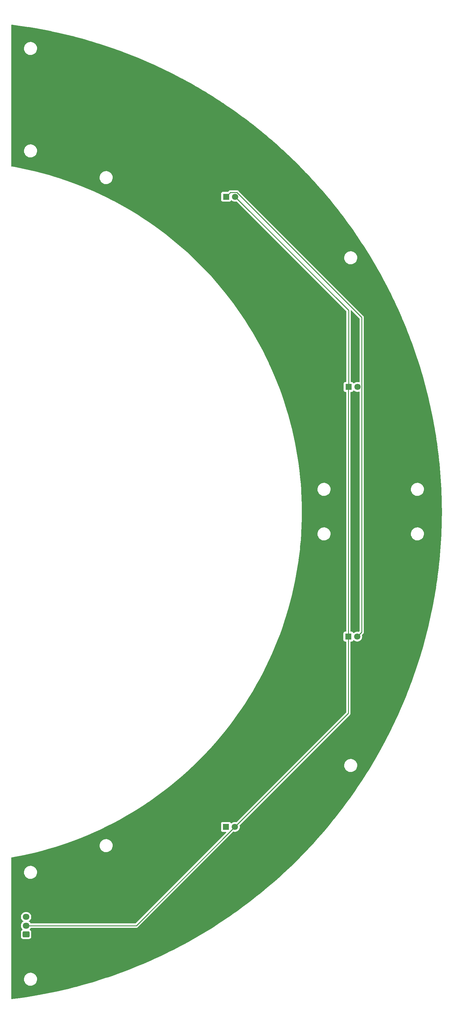
<source format=gtl>
G04 #@! TF.GenerationSoftware,KiCad,Pcbnew,7.0.1-3b83917a11~172~ubuntu20.04.1*
G04 #@! TF.CreationDate,2023-04-20T10:57:52+02:00*
G04 #@! TF.ProjectId,forcast,666f7263-6173-4742-9e6b-696361645f70,rev?*
G04 #@! TF.SameCoordinates,Original*
G04 #@! TF.FileFunction,Copper,L1,Top*
G04 #@! TF.FilePolarity,Positive*
%FSLAX46Y46*%
G04 Gerber Fmt 4.6, Leading zero omitted, Abs format (unit mm)*
G04 Created by KiCad (PCBNEW 7.0.1-3b83917a11~172~ubuntu20.04.1) date 2023-04-20 10:57:52*
%MOMM*%
%LPD*%
G01*
G04 APERTURE LIST*
G04 Aperture macros list*
%AMRoundRect*
0 Rectangle with rounded corners*
0 $1 Rounding radius*
0 $2 $3 $4 $5 $6 $7 $8 $9 X,Y pos of 4 corners*
0 Add a 4 corners polygon primitive as box body*
4,1,4,$2,$3,$4,$5,$6,$7,$8,$9,$2,$3,0*
0 Add four circle primitives for the rounded corners*
1,1,$1+$1,$2,$3*
1,1,$1+$1,$4,$5*
1,1,$1+$1,$6,$7*
1,1,$1+$1,$8,$9*
0 Add four rect primitives between the rounded corners*
20,1,$1+$1,$2,$3,$4,$5,0*
20,1,$1+$1,$4,$5,$6,$7,0*
20,1,$1+$1,$6,$7,$8,$9,0*
20,1,$1+$1,$8,$9,$2,$3,0*%
G04 Aperture macros list end*
G04 #@! TA.AperFunction,ComponentPad*
%ADD10R,1.800000X1.800000*%
G04 #@! TD*
G04 #@! TA.AperFunction,ComponentPad*
%ADD11C,1.800000*%
G04 #@! TD*
G04 #@! TA.AperFunction,ComponentPad*
%ADD12RoundRect,0.250000X0.725000X-0.600000X0.725000X0.600000X-0.725000X0.600000X-0.725000X-0.600000X0*%
G04 #@! TD*
G04 #@! TA.AperFunction,ComponentPad*
%ADD13O,1.950000X1.700000*%
G04 #@! TD*
G04 #@! TA.AperFunction,Conductor*
%ADD14C,0.250000*%
G04 #@! TD*
G04 APERTURE END LIST*
D10*
X276185000Y-240100000D03*
D11*
X278725000Y-240100000D03*
D10*
X241285000Y-114675000D03*
D11*
X243825000Y-114675000D03*
D12*
X184150000Y-325040000D03*
D13*
X184150000Y-322540000D03*
X184150000Y-320040000D03*
D10*
X276225000Y-168900000D03*
D11*
X278765000Y-168900000D03*
D10*
X241235000Y-294375000D03*
D11*
X243775000Y-294375000D03*
D14*
X215610000Y-322540000D02*
X243775000Y-294375000D01*
X276185000Y-261965000D02*
X276185000Y-240100000D01*
X276185000Y-168940000D02*
X276225000Y-168900000D01*
X276225000Y-168900000D02*
X276225000Y-147075000D01*
X276225000Y-147075000D02*
X243825000Y-114675000D01*
X243775000Y-294375000D02*
X276185000Y-261965000D01*
X276185000Y-240100000D02*
X276185000Y-168940000D01*
X184150000Y-322540000D02*
X215610000Y-322540000D01*
X278725000Y-240100000D02*
X279990000Y-238835000D01*
X242510000Y-113450000D02*
X241285000Y-114675000D01*
X244332412Y-113450000D02*
X242510000Y-113450000D01*
X279990000Y-149107588D02*
X244332412Y-113450000D01*
X279990000Y-238835000D02*
X279990000Y-149107588D01*
G04 #@! TA.AperFunction,NonConductor*
G36*
X182242837Y-65907489D02*
G01*
X182244898Y-65907776D01*
X184576366Y-66253001D01*
X184578430Y-66253325D01*
X184886005Y-66304177D01*
X186903708Y-66637775D01*
X186905642Y-66638111D01*
X189224211Y-67061703D01*
X189226177Y-67062079D01*
X191389560Y-67495109D01*
X191541220Y-67525536D01*
X191543159Y-67525941D01*
X193524830Y-67957447D01*
X193852730Y-68029033D01*
X193854639Y-68029466D01*
X195708043Y-68465876D01*
X196155316Y-68571496D01*
X196157158Y-68571947D01*
X197914340Y-69017077D01*
X198448539Y-69152821D01*
X198450101Y-69153232D01*
X200131364Y-69609408D01*
X200731314Y-69772732D01*
X200733178Y-69773255D01*
X202353284Y-70242284D01*
X203003501Y-70431185D01*
X203005349Y-70431738D01*
X203483498Y-70578940D01*
X204573330Y-70914453D01*
X204573321Y-70914481D01*
X204573446Y-70914488D01*
X204573950Y-70914643D01*
X205264303Y-71127957D01*
X205265915Y-71128468D01*
X206714647Y-71601337D01*
X206790385Y-71626059D01*
X207512862Y-71862783D01*
X207514575Y-71863359D01*
X209001514Y-72376579D01*
X209748717Y-72635508D01*
X209750457Y-72636126D01*
X211203362Y-73165160D01*
X211203501Y-73165246D01*
X211203513Y-73165215D01*
X211971262Y-73445926D01*
X211972857Y-73446523D01*
X213395498Y-73991855D01*
X214179599Y-74293706D01*
X214181378Y-74294406D01*
X215576165Y-74856194D01*
X215576147Y-74856236D01*
X215576336Y-74856263D01*
X216373440Y-75178734D01*
X216375183Y-75179454D01*
X217744610Y-75758032D01*
X218552083Y-76100734D01*
X218553638Y-76101408D01*
X219898894Y-76696681D01*
X219899067Y-76696802D01*
X219899084Y-76696765D01*
X220714672Y-77059344D01*
X220716365Y-77060112D01*
X222038725Y-77672100D01*
X222038705Y-77672144D01*
X222038929Y-77672194D01*
X222861004Y-78054471D01*
X222862390Y-78055129D01*
X224163597Y-78684160D01*
X224163779Y-78684323D01*
X224163808Y-78684262D01*
X224989869Y-79085557D01*
X224991502Y-79086366D01*
X226272041Y-79732246D01*
X226272014Y-79732298D01*
X226272262Y-79732357D01*
X226272530Y-79732492D01*
X227101189Y-80152555D01*
X227102661Y-80153314D01*
X228363331Y-80816048D01*
X228363299Y-80816108D01*
X228363560Y-80816169D01*
X229126395Y-81219257D01*
X229194129Y-81255048D01*
X229195738Y-81255913D01*
X230436626Y-81935176D01*
X230436592Y-81935237D01*
X230436864Y-81935306D01*
X230437017Y-81935390D01*
X231268288Y-82392827D01*
X231269761Y-82393652D01*
X232168605Y-82905549D01*
X232491791Y-83089605D01*
X232491753Y-83089670D01*
X232492041Y-83089747D01*
X233322705Y-83565366D01*
X233324263Y-83566273D01*
X234528137Y-84279012D01*
X234528394Y-84279165D01*
X234826907Y-84456870D01*
X235357128Y-84772512D01*
X235358534Y-84773362D01*
X236229546Y-85309057D01*
X236544507Y-85502766D01*
X237370857Y-86013858D01*
X237372277Y-86014751D01*
X238540528Y-86760672D01*
X239363322Y-87289051D01*
X239364686Y-87289940D01*
X240181933Y-87831344D01*
X240514999Y-88051992D01*
X240515279Y-88052178D01*
X241333946Y-88597720D01*
X241335311Y-88598644D01*
X242467927Y-89376743D01*
X242468163Y-89377009D01*
X242468212Y-89376939D01*
X243282196Y-89939511D01*
X243283382Y-89940343D01*
X244096628Y-90519446D01*
X244399059Y-90734804D01*
X244399352Y-90735014D01*
X245207333Y-91313915D01*
X245208731Y-91314931D01*
X245875887Y-91807153D01*
X246306781Y-92125063D01*
X247109210Y-92720821D01*
X247110484Y-92721781D01*
X247893883Y-93320411D01*
X248191171Y-93547582D01*
X248191476Y-93547816D01*
X248986827Y-94159499D01*
X248988171Y-94160547D01*
X250051525Y-95001854D01*
X250051836Y-95002101D01*
X250840084Y-95629864D01*
X250841301Y-95630848D01*
X251274222Y-95985390D01*
X251887044Y-96487263D01*
X251887000Y-96487316D01*
X251887361Y-96487522D01*
X252668072Y-97131205D01*
X252669361Y-97132283D01*
X253697802Y-98003886D01*
X253698123Y-98004159D01*
X254470550Y-98663316D01*
X254471629Y-98664249D01*
X255482854Y-99550966D01*
X255483039Y-99551129D01*
X256246719Y-100225520D01*
X256247953Y-100226624D01*
X257241673Y-101128057D01*
X257684023Y-101532235D01*
X257996369Y-101817628D01*
X257997574Y-101818745D01*
X258973551Y-102734528D01*
X258973885Y-102734842D01*
X259135714Y-102887818D01*
X259718799Y-103439006D01*
X259719850Y-103440012D01*
X260678335Y-104370242D01*
X260678672Y-104370570D01*
X261413622Y-105089290D01*
X261414772Y-105090430D01*
X262355270Y-106034492D01*
X262355610Y-106034834D01*
X263080285Y-106767939D01*
X263081407Y-106769089D01*
X263398147Y-107097929D01*
X263772881Y-107486978D01*
X264004151Y-107727082D01*
X264004416Y-107727358D01*
X264200133Y-107932181D01*
X264718335Y-108474494D01*
X264719429Y-108475654D01*
X265624587Y-109447648D01*
X266327270Y-110208430D01*
X266328311Y-110209570D01*
X267215462Y-111195009D01*
X267906891Y-111969540D01*
X267907765Y-111970532D01*
X268776760Y-112969139D01*
X269040196Y-113274500D01*
X269456272Y-113756796D01*
X269457282Y-113757981D01*
X270307807Y-114769278D01*
X270308156Y-114769695D01*
X270975385Y-115570147D01*
X270976367Y-115571341D01*
X271542895Y-116268474D01*
X271808411Y-116595200D01*
X271808761Y-116595632D01*
X272463572Y-117408823D01*
X272464526Y-117410023D01*
X273278143Y-118446408D01*
X273278493Y-118446856D01*
X273920497Y-119272402D01*
X273921423Y-119273608D01*
X274716325Y-120322054D01*
X274716675Y-120322517D01*
X275345761Y-121160373D01*
X275346659Y-121161586D01*
X276122850Y-122222003D01*
X276123199Y-122222482D01*
X276738819Y-123072017D01*
X276739690Y-123073234D01*
X277497060Y-124145383D01*
X277497408Y-124145878D01*
X278099473Y-125007056D01*
X278100302Y-125008258D01*
X278588406Y-125724540D01*
X278838615Y-126091716D01*
X278838961Y-126092226D01*
X279427176Y-126964717D01*
X279427992Y-126965943D01*
X280033453Y-127887434D01*
X280147269Y-128060657D01*
X280147613Y-128061184D01*
X280721592Y-128944496D01*
X280722381Y-128945725D01*
X281422478Y-130051403D01*
X281422819Y-130051946D01*
X281982443Y-130945971D01*
X281983204Y-130947202D01*
X282663715Y-132063114D01*
X282664054Y-132063673D01*
X283209308Y-132968485D01*
X283210042Y-132969719D01*
X283871010Y-134095839D01*
X283871346Y-134096414D01*
X284401767Y-135011334D01*
X284402398Y-135012439D01*
X284994957Y-136062128D01*
X285043937Y-136148894D01*
X285044268Y-136149485D01*
X285559543Y-137074047D01*
X285560223Y-137075284D01*
X286181845Y-138221141D01*
X286182173Y-138221749D01*
X286682295Y-139156011D01*
X286682948Y-139157248D01*
X287284742Y-140312580D01*
X287285065Y-140313204D01*
X287769700Y-141256624D01*
X287770327Y-141257861D01*
X288352160Y-142422349D01*
X288352477Y-142422989D01*
X288821507Y-143375407D01*
X288822108Y-143376644D01*
X289383713Y-144549674D01*
X289384025Y-144550330D01*
X289837365Y-145511655D01*
X289837939Y-145512891D01*
X290379344Y-146694443D01*
X290379650Y-146695116D01*
X290816906Y-147664592D01*
X290817454Y-147665825D01*
X291331704Y-148839958D01*
X291338612Y-148855729D01*
X291338864Y-148856308D01*
X291717046Y-149734210D01*
X291759970Y-149833853D01*
X291760492Y-149835084D01*
X292261204Y-151032829D01*
X292261497Y-151033535D01*
X292666265Y-152018778D01*
X292666762Y-152020007D01*
X293146880Y-153225156D01*
X293147165Y-153225877D01*
X293535511Y-154218694D01*
X293535983Y-154219920D01*
X293995515Y-155432427D01*
X293995792Y-155433165D01*
X294367409Y-156432831D01*
X294367856Y-156434053D01*
X294806742Y-157653705D01*
X294807010Y-157654459D01*
X295161816Y-158660803D01*
X295162239Y-158662021D01*
X295580299Y-159888272D01*
X295580558Y-159889042D01*
X295918480Y-160901916D01*
X295918878Y-160903129D01*
X296315947Y-162135410D01*
X296316198Y-162136196D01*
X296637193Y-163155559D01*
X296637566Y-163156767D01*
X297013633Y-164394962D01*
X297013874Y-164395764D01*
X297317651Y-165420773D01*
X297318001Y-165421975D01*
X297673077Y-166666067D01*
X297673307Y-166666884D01*
X297959796Y-167697351D01*
X297960122Y-167698548D01*
X298294013Y-168947794D01*
X298294233Y-168948627D01*
X298563373Y-169984399D01*
X298563675Y-169985589D01*
X298876362Y-171239853D01*
X298876571Y-171240701D01*
X299128187Y-172281164D01*
X299128467Y-172282347D01*
X299419947Y-173541570D01*
X299420143Y-173542434D01*
X299654139Y-174587239D01*
X299654397Y-174588415D01*
X299924534Y-175851974D01*
X299924718Y-175852853D01*
X300141062Y-176901898D01*
X300141297Y-176903065D01*
X300390016Y-178170530D01*
X300390188Y-178171424D01*
X300588816Y-179224485D01*
X300589029Y-179225645D01*
X300816284Y-180496719D01*
X300816443Y-180497628D01*
X300997235Y-181554127D01*
X300997427Y-181555278D01*
X301203222Y-182829924D01*
X301203367Y-182830847D01*
X301366263Y-183890488D01*
X301366433Y-183891630D01*
X301550652Y-185169075D01*
X301550784Y-185170013D01*
X301695766Y-186232754D01*
X301695915Y-186233887D01*
X301858549Y-187513979D01*
X301858666Y-187514930D01*
X301985630Y-188580092D01*
X301985759Y-188581215D01*
X302126797Y-189863814D01*
X302126899Y-189864780D01*
X302235800Y-190932014D01*
X302235909Y-190933127D01*
X302355301Y-192217745D01*
X302355388Y-192218725D01*
X302446205Y-193287851D01*
X302446294Y-193288953D01*
X302544019Y-194575342D01*
X302544090Y-194576335D01*
X302616781Y-195646959D01*
X302616850Y-195648050D01*
X302692868Y-196935556D01*
X302692924Y-196936563D01*
X302747475Y-198008560D01*
X302747525Y-198009640D01*
X302801837Y-199298207D01*
X302801876Y-199299227D01*
X302838253Y-200371998D01*
X302838284Y-200373066D01*
X302870876Y-201662305D01*
X302870898Y-201663338D01*
X302889088Y-202736502D01*
X302889102Y-202737558D01*
X302899969Y-204027311D01*
X302899973Y-204028356D01*
X302899973Y-205101644D01*
X302899969Y-205102689D01*
X302889102Y-206392440D01*
X302889088Y-206393496D01*
X302870898Y-207466660D01*
X302870876Y-207467693D01*
X302838284Y-208756932D01*
X302838253Y-208758000D01*
X302801876Y-209830771D01*
X302801837Y-209831791D01*
X302747525Y-211120358D01*
X302747475Y-211121438D01*
X302692924Y-212193435D01*
X302692868Y-212194442D01*
X302616850Y-213481948D01*
X302616781Y-213483039D01*
X302544090Y-214553663D01*
X302544019Y-214554656D01*
X302446294Y-215841045D01*
X302446205Y-215842147D01*
X302355388Y-216911273D01*
X302355301Y-216912253D01*
X302235909Y-218196871D01*
X302235800Y-218197984D01*
X302126899Y-219265218D01*
X302126797Y-219266184D01*
X301985759Y-220548783D01*
X301985630Y-220549906D01*
X301858666Y-221615068D01*
X301858549Y-221616019D01*
X301695915Y-222896111D01*
X301695766Y-222897244D01*
X301550784Y-223959985D01*
X301550652Y-223960923D01*
X301366433Y-225238368D01*
X301366263Y-225239510D01*
X301203367Y-226299151D01*
X301203222Y-226300074D01*
X300997427Y-227574720D01*
X300997235Y-227575871D01*
X300816443Y-228632370D01*
X300816284Y-228633279D01*
X300589029Y-229904353D01*
X300588816Y-229905513D01*
X300390188Y-230958574D01*
X300390016Y-230959468D01*
X300141297Y-232226933D01*
X300141062Y-232228100D01*
X299924718Y-233277145D01*
X299924534Y-233278024D01*
X299654397Y-234541583D01*
X299654139Y-234542759D01*
X299420143Y-235587564D01*
X299419947Y-235588428D01*
X299128467Y-236847651D01*
X299128187Y-236848834D01*
X298876571Y-237889297D01*
X298876362Y-237890145D01*
X298563675Y-239144409D01*
X298563373Y-239145599D01*
X298294233Y-240181371D01*
X298294013Y-240182204D01*
X297960122Y-241431450D01*
X297959796Y-241432647D01*
X297673307Y-242463114D01*
X297673077Y-242463931D01*
X297318001Y-243708023D01*
X297317651Y-243709225D01*
X297013874Y-244734234D01*
X297013633Y-244735036D01*
X296637566Y-245973231D01*
X296637193Y-245974439D01*
X296316198Y-246993802D01*
X296315947Y-246994588D01*
X295918878Y-248226869D01*
X295918480Y-248228082D01*
X295580558Y-249240956D01*
X295580299Y-249241726D01*
X295162239Y-250467977D01*
X295161816Y-250469195D01*
X294807010Y-251475539D01*
X294806742Y-251476293D01*
X294367856Y-252695945D01*
X294367409Y-252697167D01*
X293995792Y-253696833D01*
X293995515Y-253697571D01*
X293535983Y-254910078D01*
X293535511Y-254911304D01*
X293147165Y-255904121D01*
X293146880Y-255904842D01*
X292666762Y-257109991D01*
X292666265Y-257111220D01*
X292261497Y-258096463D01*
X292261204Y-258097169D01*
X291760492Y-259294914D01*
X291759970Y-259296145D01*
X291338912Y-260273579D01*
X291338612Y-260274269D01*
X290817454Y-261464173D01*
X290816906Y-261465406D01*
X290379650Y-262434882D01*
X290379344Y-262435555D01*
X289837939Y-263617107D01*
X289837365Y-263618343D01*
X289384025Y-264579668D01*
X289383713Y-264580324D01*
X288822108Y-265753354D01*
X288821507Y-265754591D01*
X288352477Y-266707009D01*
X288352160Y-266707649D01*
X287770327Y-267872137D01*
X287769700Y-267873374D01*
X287285065Y-268816794D01*
X287284742Y-268817418D01*
X286682948Y-269972750D01*
X286682295Y-269973987D01*
X286182173Y-270908249D01*
X286181845Y-270908857D01*
X285560223Y-272054714D01*
X285559543Y-272055951D01*
X285044268Y-272980513D01*
X285043937Y-272981104D01*
X284402437Y-274117492D01*
X284401730Y-274118728D01*
X283871346Y-275033584D01*
X283871010Y-275034159D01*
X283210042Y-276160279D01*
X283209308Y-276161513D01*
X282664054Y-277066325D01*
X282663715Y-277066884D01*
X281983204Y-278182796D01*
X281982443Y-278184027D01*
X281422819Y-279078052D01*
X281422478Y-279078595D01*
X280722381Y-280184273D01*
X280721592Y-280185502D01*
X280147613Y-281068814D01*
X280147269Y-281069341D01*
X279427992Y-282164055D01*
X279427176Y-282165281D01*
X278838961Y-283037772D01*
X278838615Y-283038282D01*
X278100316Y-284121720D01*
X278099473Y-284122942D01*
X277497408Y-284984120D01*
X277497060Y-284984615D01*
X276739690Y-286056764D01*
X276738819Y-286057981D01*
X276123199Y-286907516D01*
X276122850Y-286907995D01*
X275346659Y-287968412D01*
X275345761Y-287969625D01*
X274716675Y-288807481D01*
X274716325Y-288807944D01*
X273921423Y-289856390D01*
X273920497Y-289857596D01*
X273278493Y-290683142D01*
X273278143Y-290683590D01*
X272464526Y-291719975D01*
X272463572Y-291721175D01*
X271808761Y-292534366D01*
X271808411Y-292534798D01*
X270976367Y-293558657D01*
X270975385Y-293559851D01*
X270308156Y-294360303D01*
X270307807Y-294360720D01*
X269457282Y-295372017D01*
X269456272Y-295373202D01*
X268776911Y-296160685D01*
X268776562Y-296161087D01*
X267907848Y-297159372D01*
X267906810Y-297160550D01*
X267215808Y-297934602D01*
X267215462Y-297934989D01*
X266328337Y-298920399D01*
X266327271Y-298921568D01*
X265624782Y-299682141D01*
X265624620Y-299682316D01*
X264719429Y-300654344D01*
X264718335Y-300655504D01*
X264004494Y-301402559D01*
X264004151Y-301402916D01*
X263081407Y-302360909D01*
X263080285Y-302362059D01*
X262355610Y-303095164D01*
X262355270Y-303095506D01*
X261414772Y-304039568D01*
X261413622Y-304040708D01*
X260678672Y-304759428D01*
X260678335Y-304759756D01*
X259719912Y-305689926D01*
X259718734Y-305691054D01*
X258973885Y-306395156D01*
X258973551Y-306395470D01*
X257997574Y-307311253D01*
X257996369Y-307312370D01*
X257241786Y-308001839D01*
X257241456Y-308002139D01*
X256247953Y-308903374D01*
X256246719Y-308904478D01*
X255483039Y-309578869D01*
X255482714Y-309579156D01*
X254471753Y-310465642D01*
X254470491Y-310466733D01*
X253698123Y-311125839D01*
X253697802Y-311126112D01*
X252669361Y-311997715D01*
X252668072Y-311998793D01*
X251887399Y-312642445D01*
X251887083Y-312642704D01*
X250841353Y-313499108D01*
X250840036Y-313500172D01*
X250051836Y-314127897D01*
X250051525Y-314128144D01*
X248988171Y-314969451D01*
X248986827Y-314970499D01*
X248191476Y-315582182D01*
X248191171Y-315582416D01*
X247110534Y-316408179D01*
X247109163Y-316409212D01*
X246306996Y-317004776D01*
X246306696Y-317004998D01*
X245208731Y-317815067D01*
X245207333Y-317816083D01*
X244399352Y-318394985D01*
X244399059Y-318395195D01*
X243283500Y-319189572D01*
X243282074Y-319190572D01*
X242468212Y-319753060D01*
X242467925Y-319753257D01*
X241335355Y-320531324D01*
X241333903Y-320532307D01*
X240515279Y-321077820D01*
X240514999Y-321078006D01*
X239364742Y-321840021D01*
X239363264Y-321840985D01*
X238540657Y-322369244D01*
X238540384Y-322369419D01*
X237372320Y-323115220D01*
X237370815Y-323116166D01*
X236544811Y-323627045D01*
X236544546Y-323627209D01*
X235358593Y-324356600D01*
X235357061Y-324357526D01*
X234528394Y-324850834D01*
X234528137Y-324850987D01*
X233324263Y-325563725D01*
X233322705Y-325564632D01*
X232492103Y-326040215D01*
X232491854Y-326040357D01*
X231269819Y-326736313D01*
X231268236Y-326737200D01*
X230436894Y-327194676D01*
X230436653Y-327194808D01*
X229195738Y-327874085D01*
X229194129Y-327874950D01*
X228363563Y-328313828D01*
X228363331Y-328313951D01*
X227102738Y-328976644D01*
X227101104Y-328977487D01*
X226272273Y-329397636D01*
X226272049Y-329397749D01*
X224991502Y-330043632D01*
X224989843Y-330044453D01*
X224163809Y-330445736D01*
X224163595Y-330445840D01*
X222862544Y-331074796D01*
X222860860Y-331075595D01*
X222038988Y-331457777D01*
X222038783Y-331457872D01*
X220716380Y-332069879D01*
X220714672Y-332070654D01*
X219899084Y-332433234D01*
X219898889Y-332433320D01*
X218553729Y-333028550D01*
X218551997Y-333029301D01*
X217744724Y-333371919D01*
X217744538Y-333371998D01*
X216375196Y-333950538D01*
X216373440Y-333951264D01*
X215576340Y-334273734D01*
X215576165Y-334273805D01*
X214181378Y-334835592D01*
X214179599Y-334836292D01*
X213395551Y-335138123D01*
X213395385Y-335138187D01*
X211972960Y-335683436D01*
X211971158Y-335684111D01*
X211203513Y-335964784D01*
X211203358Y-335964840D01*
X209750500Y-336493856D01*
X209748675Y-336494505D01*
X209001473Y-336753434D01*
X209001329Y-336753484D01*
X207514640Y-337266617D01*
X207512793Y-337267238D01*
X206790519Y-337503896D01*
X206790385Y-337503940D01*
X205266039Y-338001490D01*
X205264170Y-338002083D01*
X204573452Y-338215508D01*
X204573329Y-338215546D01*
X203005370Y-338698253D01*
X203003480Y-338698819D01*
X202352818Y-338887850D01*
X202352707Y-338887882D01*
X200733201Y-339356736D01*
X200731289Y-339357273D01*
X200131274Y-339520616D01*
X200131174Y-339520643D01*
X198450294Y-339976715D01*
X198448362Y-339977223D01*
X197913634Y-340113101D01*
X196157214Y-340558037D01*
X196155262Y-340558515D01*
X195707312Y-340664295D01*
X193854671Y-341100524D01*
X193852700Y-341100971D01*
X193524763Y-341172565D01*
X193524761Y-341172567D01*
X191543183Y-341604052D01*
X191541192Y-341604468D01*
X191389557Y-341634891D01*
X191389502Y-341634902D01*
X189226220Y-342067911D01*
X189224168Y-342068304D01*
X186905703Y-342491877D01*
X186903645Y-342492235D01*
X184578430Y-342876674D01*
X184576366Y-342876998D01*
X182244898Y-343222223D01*
X182242829Y-343222511D01*
X180762232Y-343416312D01*
X180045592Y-343510116D01*
X179977040Y-343499522D01*
X179924903Y-343453765D01*
X179905500Y-343387166D01*
X179905500Y-337887764D01*
X183565787Y-337887764D01*
X183595413Y-338157016D01*
X183663928Y-338419087D01*
X183769871Y-338668392D01*
X183910982Y-338899611D01*
X184084253Y-339107818D01*
X184084255Y-339107820D01*
X184285998Y-339288582D01*
X184511910Y-339438044D01*
X184618211Y-339487875D01*
X184757177Y-339553021D01*
X185016562Y-339631058D01*
X185016569Y-339631060D01*
X185284561Y-339670500D01*
X185487631Y-339670500D01*
X185487634Y-339670500D01*
X185690156Y-339655677D01*
X185690156Y-339655676D01*
X185954553Y-339596780D01*
X186207558Y-339500014D01*
X186443777Y-339367441D01*
X186658177Y-339201888D01*
X186846186Y-339006881D01*
X187003799Y-338786579D01*
X187127656Y-338545675D01*
X187215118Y-338289305D01*
X187264319Y-338022933D01*
X187274212Y-337752235D01*
X187244586Y-337482982D01*
X187176072Y-337220912D01*
X187070130Y-336971610D01*
X186929018Y-336740390D01*
X186929017Y-336740388D01*
X186755746Y-336532181D01*
X186650758Y-336438112D01*
X186554002Y-336351418D01*
X186328090Y-336201956D01*
X186328086Y-336201954D01*
X186082822Y-336086978D01*
X185823437Y-336008941D01*
X185823431Y-336008940D01*
X185555439Y-335969500D01*
X185352369Y-335969500D01*
X185352366Y-335969500D01*
X185149843Y-335984322D01*
X184885449Y-336043219D01*
X184632441Y-336139986D01*
X184396223Y-336272559D01*
X184181825Y-336438109D01*
X183993813Y-336633120D01*
X183836201Y-336853420D01*
X183712342Y-337094329D01*
X183624881Y-337350695D01*
X183575680Y-337617066D01*
X183565787Y-337887764D01*
X179905500Y-337887764D01*
X179905500Y-322540000D01*
X182669340Y-322540000D01*
X182689936Y-322775407D01*
X182751097Y-323003663D01*
X182850965Y-323217829D01*
X182986505Y-323411401D01*
X183133705Y-323558601D01*
X183163150Y-323605571D01*
X183169186Y-323660678D01*
X183150604Y-323712907D01*
X183111121Y-323751821D01*
X182956341Y-323847289D01*
X182832288Y-323971342D01*
X182740186Y-324120665D01*
X182685000Y-324287202D01*
X182674500Y-324389990D01*
X182674500Y-325690008D01*
X182685000Y-325792796D01*
X182740186Y-325959334D01*
X182832288Y-326108657D01*
X182956342Y-326232711D01*
X182956344Y-326232712D01*
X183105666Y-326324814D01*
X183217016Y-326361712D01*
X183272202Y-326379999D01*
X183282703Y-326381071D01*
X183374991Y-326390500D01*
X184925008Y-326390499D01*
X185027797Y-326379999D01*
X185194334Y-326324814D01*
X185343656Y-326232712D01*
X185467712Y-326108656D01*
X185559814Y-325959334D01*
X185614999Y-325792797D01*
X185625500Y-325690009D01*
X185625499Y-324389992D01*
X185614999Y-324287203D01*
X185559814Y-324120666D01*
X185467712Y-323971344D01*
X185467711Y-323971342D01*
X185343657Y-323847288D01*
X185188879Y-323751821D01*
X185149395Y-323712908D01*
X185130813Y-323660678D01*
X185136849Y-323605571D01*
X185166290Y-323558605D01*
X185313495Y-323411401D01*
X185448653Y-323218374D01*
X185492970Y-323179511D01*
X185550227Y-323165500D01*
X215527256Y-323165500D01*
X215547762Y-323167764D01*
X215550665Y-323167672D01*
X215550667Y-323167673D01*
X215617872Y-323165561D01*
X215621768Y-323165500D01*
X215649349Y-323165500D01*
X215649350Y-323165500D01*
X215653319Y-323164998D01*
X215664965Y-323164080D01*
X215708627Y-323162709D01*
X215727859Y-323157120D01*
X215746918Y-323153174D01*
X215753196Y-323152381D01*
X215766792Y-323150664D01*
X215807407Y-323134582D01*
X215818444Y-323130803D01*
X215860390Y-323118618D01*
X215877629Y-323108422D01*
X215895102Y-323099862D01*
X215913732Y-323092486D01*
X215949064Y-323066814D01*
X215958830Y-323060400D01*
X215996418Y-323038171D01*
X215996417Y-323038171D01*
X215996420Y-323038170D01*
X216010585Y-323024004D01*
X216025373Y-323011373D01*
X216041587Y-322999594D01*
X216069438Y-322965926D01*
X216077279Y-322957309D01*
X243276480Y-295758109D01*
X243336210Y-295724983D01*
X243404423Y-295728511D01*
X243430018Y-295737298D01*
X243544485Y-295756399D01*
X243658951Y-295775500D01*
X243891048Y-295775500D01*
X243891049Y-295775500D01*
X244119981Y-295737298D01*
X244339503Y-295661936D01*
X244543626Y-295551470D01*
X244726784Y-295408913D01*
X244883979Y-295238153D01*
X245010924Y-295043849D01*
X245104157Y-294831300D01*
X245161134Y-294606305D01*
X245180300Y-294375000D01*
X245161134Y-294143695D01*
X245123823Y-293996360D01*
X245124477Y-293933005D01*
X245156345Y-293878243D01*
X262106824Y-276927764D01*
X275005787Y-276927764D01*
X275035413Y-277197016D01*
X275103928Y-277459087D01*
X275209871Y-277708392D01*
X275350982Y-277939611D01*
X275440253Y-278046881D01*
X275524255Y-278147820D01*
X275725998Y-278328582D01*
X275951910Y-278478044D01*
X276058211Y-278527876D01*
X276197177Y-278593021D01*
X276456562Y-278671058D01*
X276456569Y-278671060D01*
X276724561Y-278710500D01*
X276927631Y-278710500D01*
X276927634Y-278710500D01*
X277130156Y-278695677D01*
X277130155Y-278695677D01*
X277394553Y-278636780D01*
X277647558Y-278540014D01*
X277883777Y-278407441D01*
X278098177Y-278241888D01*
X278286186Y-278046881D01*
X278443799Y-277826579D01*
X278567656Y-277585675D01*
X278655118Y-277329305D01*
X278704319Y-277062933D01*
X278714212Y-276792235D01*
X278684586Y-276522982D01*
X278616072Y-276260912D01*
X278510130Y-276011610D01*
X278369018Y-275780390D01*
X278369017Y-275780388D01*
X278195746Y-275572181D01*
X278090758Y-275478112D01*
X277994002Y-275391418D01*
X277768090Y-275241956D01*
X277768086Y-275241954D01*
X277522822Y-275126978D01*
X277263437Y-275048941D01*
X277263431Y-275048940D01*
X276995439Y-275009500D01*
X276792369Y-275009500D01*
X276792366Y-275009500D01*
X276589843Y-275024322D01*
X276325449Y-275083219D01*
X276072441Y-275179986D01*
X275836223Y-275312559D01*
X275621825Y-275478109D01*
X275433813Y-275673120D01*
X275276201Y-275893420D01*
X275152342Y-276134329D01*
X275064881Y-276390695D01*
X275015680Y-276657066D01*
X275005787Y-276927764D01*
X262106824Y-276927764D01*
X276568786Y-262465802D01*
X276584887Y-262452904D01*
X276586874Y-262450787D01*
X276586877Y-262450786D01*
X276632932Y-262401741D01*
X276635613Y-262398976D01*
X276655120Y-262379470D01*
X276657581Y-262376295D01*
X276665152Y-262367431D01*
X276695062Y-262335582D01*
X276704713Y-262318026D01*
X276715393Y-262301767D01*
X276727674Y-262285936D01*
X276745018Y-262245851D01*
X276750160Y-262235356D01*
X276771197Y-262197092D01*
X276776178Y-262177688D01*
X276782480Y-262159283D01*
X276790438Y-262140895D01*
X276797270Y-262097748D01*
X276799639Y-262086316D01*
X276810500Y-262044020D01*
X276810500Y-262023984D01*
X276812027Y-262004585D01*
X276815160Y-261984804D01*
X276811050Y-261941325D01*
X276810500Y-261929656D01*
X276810500Y-241624499D01*
X276827113Y-241562499D01*
X276872500Y-241517112D01*
X276934500Y-241500499D01*
X277132870Y-241500499D01*
X277132872Y-241500499D01*
X277192483Y-241494091D01*
X277327331Y-241443796D01*
X277442546Y-241357546D01*
X277528796Y-241242331D01*
X277557455Y-241165490D01*
X277593405Y-241114279D01*
X277649787Y-241087140D01*
X277712242Y-241090988D01*
X277764864Y-241124841D01*
X277773216Y-241133913D01*
X277956374Y-241276470D01*
X278160497Y-241386936D01*
X278270258Y-241424617D01*
X278380015Y-241462297D01*
X278380017Y-241462297D01*
X278380019Y-241462298D01*
X278608951Y-241500500D01*
X278841048Y-241500500D01*
X278841049Y-241500500D01*
X279069981Y-241462298D01*
X279289503Y-241386936D01*
X279493626Y-241276470D01*
X279676784Y-241133913D01*
X279833979Y-240963153D01*
X279960924Y-240768849D01*
X280054157Y-240556300D01*
X280111134Y-240331305D01*
X280130300Y-240100000D01*
X280111134Y-239868695D01*
X280073823Y-239721360D01*
X280074477Y-239658005D01*
X280106345Y-239603243D01*
X280373787Y-239335802D01*
X280389885Y-239322905D01*
X280391871Y-239320789D01*
X280391877Y-239320786D01*
X280437948Y-239271723D01*
X280440566Y-239269023D01*
X280460120Y-239249471D01*
X280462581Y-239246298D01*
X280470156Y-239237427D01*
X280500062Y-239205582D01*
X280509717Y-239188018D01*
X280520394Y-239171764D01*
X280532673Y-239155936D01*
X280550018Y-239115852D01*
X280555160Y-239105356D01*
X280576197Y-239067092D01*
X280581179Y-239047684D01*
X280587481Y-239029280D01*
X280595437Y-239010896D01*
X280602269Y-238967752D01*
X280604633Y-238956338D01*
X280615500Y-238914019D01*
X280615500Y-238893984D01*
X280617027Y-238874585D01*
X280617068Y-238874321D01*
X280620160Y-238854804D01*
X280616050Y-238811325D01*
X280615500Y-238799656D01*
X280615500Y-210887764D01*
X294055787Y-210887764D01*
X294085413Y-211157016D01*
X294085414Y-211157018D01*
X294153928Y-211419088D01*
X294259870Y-211668390D01*
X294259871Y-211668392D01*
X294400982Y-211899611D01*
X294490253Y-212006881D01*
X294574255Y-212107820D01*
X294775998Y-212288582D01*
X295001910Y-212438044D01*
X295108211Y-212487876D01*
X295247177Y-212553021D01*
X295506562Y-212631058D01*
X295506569Y-212631060D01*
X295774561Y-212670500D01*
X295977631Y-212670500D01*
X295977634Y-212670500D01*
X296180156Y-212655677D01*
X296180155Y-212655677D01*
X296444553Y-212596780D01*
X296697558Y-212500014D01*
X296933777Y-212367441D01*
X297148177Y-212201888D01*
X297336186Y-212006881D01*
X297493799Y-211786579D01*
X297617656Y-211545675D01*
X297705118Y-211289305D01*
X297754319Y-211022933D01*
X297764212Y-210752235D01*
X297734586Y-210482982D01*
X297666072Y-210220912D01*
X297560130Y-209971610D01*
X297419018Y-209740390D01*
X297419017Y-209740388D01*
X297245746Y-209532181D01*
X297140758Y-209438112D01*
X297044002Y-209351418D01*
X296818090Y-209201956D01*
X296818086Y-209201954D01*
X296572822Y-209086978D01*
X296313437Y-209008941D01*
X296313431Y-209008940D01*
X296045439Y-208969500D01*
X295842369Y-208969500D01*
X295842366Y-208969500D01*
X295639843Y-208984322D01*
X295375449Y-209043219D01*
X295122441Y-209139986D01*
X294886223Y-209272559D01*
X294671825Y-209438109D01*
X294483813Y-209633120D01*
X294326201Y-209853420D01*
X294202342Y-210094329D01*
X294114881Y-210350695D01*
X294065680Y-210617066D01*
X294055787Y-210887764D01*
X280615500Y-210887764D01*
X280615500Y-198187764D01*
X294055787Y-198187764D01*
X294085413Y-198457016D01*
X294153928Y-198719087D01*
X294259871Y-198968392D01*
X294400982Y-199199611D01*
X294490253Y-199306881D01*
X294574255Y-199407820D01*
X294775998Y-199588582D01*
X295001910Y-199738044D01*
X295108211Y-199787875D01*
X295247177Y-199853021D01*
X295506562Y-199931058D01*
X295506569Y-199931060D01*
X295774561Y-199970500D01*
X295977631Y-199970500D01*
X295977634Y-199970500D01*
X296180156Y-199955677D01*
X296180155Y-199955677D01*
X296444553Y-199896780D01*
X296697558Y-199800014D01*
X296933777Y-199667441D01*
X297148177Y-199501888D01*
X297336186Y-199306881D01*
X297493799Y-199086579D01*
X297617656Y-198845675D01*
X297705118Y-198589305D01*
X297754319Y-198322933D01*
X297764212Y-198052235D01*
X297734586Y-197782982D01*
X297666072Y-197520912D01*
X297560130Y-197271610D01*
X297419018Y-197040390D01*
X297419017Y-197040388D01*
X297245746Y-196832181D01*
X297140758Y-196738112D01*
X297044002Y-196651418D01*
X296818090Y-196501956D01*
X296818086Y-196501954D01*
X296572822Y-196386978D01*
X296313437Y-196308941D01*
X296313431Y-196308940D01*
X296045439Y-196269500D01*
X295842369Y-196269500D01*
X295842366Y-196269500D01*
X295639843Y-196284322D01*
X295375449Y-196343219D01*
X295122441Y-196439986D01*
X294886223Y-196572559D01*
X294671825Y-196738109D01*
X294483813Y-196933120D01*
X294326201Y-197153420D01*
X294202342Y-197394329D01*
X294114881Y-197650695D01*
X294065680Y-197917066D01*
X294055787Y-198187764D01*
X280615500Y-198187764D01*
X280615500Y-149190332D01*
X280617764Y-149169824D01*
X280615561Y-149099701D01*
X280615500Y-149095807D01*
X280615500Y-149068242D01*
X280615500Y-149068238D01*
X280614997Y-149064258D01*
X280614081Y-149052616D01*
X280612710Y-149008961D01*
X280607118Y-148989714D01*
X280603174Y-148970673D01*
X280600664Y-148950796D01*
X280584579Y-148910171D01*
X280580808Y-148899156D01*
X280568618Y-148857198D01*
X280558414Y-148839943D01*
X280549861Y-148822483D01*
X280542486Y-148803857D01*
X280542486Y-148803856D01*
X280516808Y-148768513D01*
X280510401Y-148758759D01*
X280488169Y-148721167D01*
X280474006Y-148707004D01*
X280461367Y-148692205D01*
X280449595Y-148676001D01*
X280415941Y-148648161D01*
X280407299Y-148640297D01*
X263914766Y-132147764D01*
X275005787Y-132147764D01*
X275035413Y-132417016D01*
X275035414Y-132417018D01*
X275103928Y-132679088D01*
X275157720Y-132805670D01*
X275209871Y-132928392D01*
X275350982Y-133159611D01*
X275440253Y-133266881D01*
X275524255Y-133367820D01*
X275725998Y-133548582D01*
X275951910Y-133698044D01*
X276058211Y-133747875D01*
X276197177Y-133813021D01*
X276456562Y-133891058D01*
X276456569Y-133891060D01*
X276724561Y-133930500D01*
X276927631Y-133930500D01*
X276927634Y-133930500D01*
X277130156Y-133915677D01*
X277130156Y-133915676D01*
X277394553Y-133856780D01*
X277647558Y-133760014D01*
X277883777Y-133627441D01*
X278098177Y-133461888D01*
X278286186Y-133266881D01*
X278443799Y-133046579D01*
X278567656Y-132805675D01*
X278655118Y-132549305D01*
X278704319Y-132282933D01*
X278714212Y-132012235D01*
X278684586Y-131742982D01*
X278616072Y-131480912D01*
X278510130Y-131231610D01*
X278369018Y-131000390D01*
X278369017Y-131000388D01*
X278195746Y-130792181D01*
X278090758Y-130698112D01*
X277994002Y-130611418D01*
X277768090Y-130461956D01*
X277768086Y-130461954D01*
X277522822Y-130346978D01*
X277263437Y-130268941D01*
X277263431Y-130268940D01*
X276995439Y-130229500D01*
X276792369Y-130229500D01*
X276792366Y-130229500D01*
X276589843Y-130244322D01*
X276325449Y-130303219D01*
X276072441Y-130399986D01*
X275836223Y-130532559D01*
X275621825Y-130698109D01*
X275433813Y-130893120D01*
X275276201Y-131113420D01*
X275152342Y-131354329D01*
X275064881Y-131610695D01*
X275015680Y-131877066D01*
X275005787Y-132147764D01*
X263914766Y-132147764D01*
X244833214Y-113066211D01*
X244820318Y-113050113D01*
X244769187Y-113002098D01*
X244766390Y-112999387D01*
X244746882Y-112979879D01*
X244743702Y-112977412D01*
X244734836Y-112969839D01*
X244702994Y-112939938D01*
X244685436Y-112930285D01*
X244669176Y-112919604D01*
X244653348Y-112907327D01*
X244613263Y-112889980D01*
X244602773Y-112884841D01*
X244564503Y-112863802D01*
X244545103Y-112858821D01*
X244526696Y-112852519D01*
X244508309Y-112844562D01*
X244465170Y-112837729D01*
X244453736Y-112835361D01*
X244411431Y-112824500D01*
X244391396Y-112824500D01*
X244371998Y-112822973D01*
X244364574Y-112821797D01*
X244352217Y-112819840D01*
X244352216Y-112819840D01*
X244326880Y-112822235D01*
X244308737Y-112823950D01*
X244297068Y-112824500D01*
X242592744Y-112824500D01*
X242572236Y-112822235D01*
X242502113Y-112824439D01*
X242498219Y-112824500D01*
X242470650Y-112824500D01*
X242466671Y-112825002D01*
X242455041Y-112825917D01*
X242411372Y-112827289D01*
X242392128Y-112832880D01*
X242373084Y-112836824D01*
X242353208Y-112839335D01*
X242312600Y-112855413D01*
X242301554Y-112859194D01*
X242259610Y-112871382D01*
X242259607Y-112871383D01*
X242242365Y-112881579D01*
X242224904Y-112890133D01*
X242206267Y-112897512D01*
X242170931Y-112923185D01*
X242161174Y-112929595D01*
X242123580Y-112951829D01*
X242109413Y-112965996D01*
X242094624Y-112978626D01*
X242078413Y-112990404D01*
X242050572Y-113024058D01*
X242042711Y-113032697D01*
X241837227Y-113238181D01*
X241796999Y-113265061D01*
X241749546Y-113274500D01*
X240337130Y-113274500D01*
X240277515Y-113280909D01*
X240142669Y-113331204D01*
X240027454Y-113417454D01*
X239941204Y-113532668D01*
X239890909Y-113667516D01*
X239884500Y-113727130D01*
X239884500Y-115622869D01*
X239890909Y-115682484D01*
X239897383Y-115699842D01*
X239941204Y-115817331D01*
X240027454Y-115932546D01*
X240142669Y-116018796D01*
X240277517Y-116069091D01*
X240337127Y-116075500D01*
X242232872Y-116075499D01*
X242292483Y-116069091D01*
X242427331Y-116018796D01*
X242542546Y-115932546D01*
X242628796Y-115817331D01*
X242657455Y-115740490D01*
X242693405Y-115689279D01*
X242749787Y-115662140D01*
X242812242Y-115665988D01*
X242864864Y-115699841D01*
X242873216Y-115708913D01*
X243056374Y-115851470D01*
X243260497Y-115961936D01*
X243370257Y-115999616D01*
X243480015Y-116037297D01*
X243480017Y-116037297D01*
X243480019Y-116037298D01*
X243708951Y-116075500D01*
X243941048Y-116075500D01*
X243941049Y-116075500D01*
X244169981Y-116037298D01*
X244195576Y-116028510D01*
X244263788Y-116024983D01*
X244323520Y-116058110D01*
X260008391Y-131742982D01*
X275563181Y-147297772D01*
X275590061Y-147338000D01*
X275599500Y-147385453D01*
X275599500Y-167375501D01*
X275582887Y-167437501D01*
X275537500Y-167482888D01*
X275475500Y-167499501D01*
X275277128Y-167499501D01*
X275247322Y-167502705D01*
X275217515Y-167505909D01*
X275082669Y-167556204D01*
X274967454Y-167642454D01*
X274881204Y-167757668D01*
X274830909Y-167892516D01*
X274824500Y-167952130D01*
X274824500Y-169847869D01*
X274830909Y-169907484D01*
X274837383Y-169924842D01*
X274881204Y-170042331D01*
X274967454Y-170157546D01*
X275082669Y-170243796D01*
X275217517Y-170294091D01*
X275277127Y-170300500D01*
X275435500Y-170300500D01*
X275497500Y-170317113D01*
X275542887Y-170362500D01*
X275559500Y-170424500D01*
X275559500Y-238575501D01*
X275542887Y-238637501D01*
X275497500Y-238682888D01*
X275435500Y-238699501D01*
X275237128Y-238699501D01*
X275207322Y-238702705D01*
X275177515Y-238705909D01*
X275042669Y-238756204D01*
X274927454Y-238842454D01*
X274841204Y-238957668D01*
X274790909Y-239092516D01*
X274784500Y-239152130D01*
X274784500Y-241047869D01*
X274790909Y-241107484D01*
X274797383Y-241124842D01*
X274841204Y-241242331D01*
X274927454Y-241357546D01*
X275042669Y-241443796D01*
X275177517Y-241494091D01*
X275237127Y-241500500D01*
X275435500Y-241500500D01*
X275497500Y-241517113D01*
X275542887Y-241562500D01*
X275559500Y-241624500D01*
X275559500Y-261654548D01*
X275550061Y-261702001D01*
X275523181Y-261742229D01*
X244273519Y-292991888D01*
X244213787Y-293025016D01*
X244145574Y-293021488D01*
X244119981Y-293012701D01*
X243923786Y-292979963D01*
X243891049Y-292974500D01*
X243658951Y-292974500D01*
X243620544Y-292980909D01*
X243430015Y-293012702D01*
X243210501Y-293088062D01*
X243006372Y-293198531D01*
X242823213Y-293341089D01*
X242814863Y-293350160D01*
X242762239Y-293384012D01*
X242699785Y-293387859D01*
X242643405Y-293360720D01*
X242607455Y-293309509D01*
X242578796Y-293232669D01*
X242492546Y-293117454D01*
X242377331Y-293031204D01*
X242242483Y-292980909D01*
X242182873Y-292974500D01*
X242182869Y-292974500D01*
X240287130Y-292974500D01*
X240227515Y-292980909D01*
X240092669Y-293031204D01*
X239977454Y-293117454D01*
X239891204Y-293232668D01*
X239840909Y-293367516D01*
X239834500Y-293427130D01*
X239834500Y-295322869D01*
X239839784Y-295372017D01*
X239840909Y-295382483D01*
X239891204Y-295517331D01*
X239977454Y-295632546D01*
X240092669Y-295718796D01*
X240227517Y-295769091D01*
X240287127Y-295775500D01*
X241190548Y-295775499D01*
X241246842Y-295789014D01*
X241290865Y-295826614D01*
X241313020Y-295880101D01*
X241308478Y-295937817D01*
X241278228Y-295987180D01*
X215387228Y-321878181D01*
X215347000Y-321905061D01*
X215299547Y-321914500D01*
X185550226Y-321914500D01*
X185492969Y-321900489D01*
X185448651Y-321861623D01*
X185313494Y-321668598D01*
X185146402Y-321501506D01*
X185146401Y-321501505D01*
X184989401Y-321391573D01*
X184950537Y-321347257D01*
X184936526Y-321290000D01*
X184950537Y-321232743D01*
X184989401Y-321188426D01*
X185146401Y-321078495D01*
X185313495Y-320911401D01*
X185449035Y-320717830D01*
X185548903Y-320503663D01*
X185610063Y-320275408D01*
X185630659Y-320040000D01*
X185610063Y-319804592D01*
X185548903Y-319576337D01*
X185449035Y-319362171D01*
X185313495Y-319168599D01*
X185146401Y-319001505D01*
X184952829Y-318865965D01*
X184738663Y-318766097D01*
X184738662Y-318766096D01*
X184510407Y-318704936D01*
X184333968Y-318689500D01*
X184333966Y-318689500D01*
X183966034Y-318689500D01*
X183966032Y-318689500D01*
X183789592Y-318704936D01*
X183561336Y-318766097D01*
X183347170Y-318865965D01*
X183153598Y-319001505D01*
X182986508Y-319168595D01*
X182986505Y-319168598D01*
X182986505Y-319168599D01*
X182971120Y-319190572D01*
X182850964Y-319362172D01*
X182751097Y-319576337D01*
X182689936Y-319804592D01*
X182669340Y-320040000D01*
X182689936Y-320275407D01*
X182751097Y-320503663D01*
X182850965Y-320717829D01*
X182986505Y-320911401D01*
X183153598Y-321078494D01*
X183310596Y-321188425D01*
X183349462Y-321232743D01*
X183363473Y-321290000D01*
X183349462Y-321347257D01*
X183310596Y-321391575D01*
X183153598Y-321501505D01*
X182986508Y-321668595D01*
X182850964Y-321862172D01*
X182751097Y-322076337D01*
X182689936Y-322304592D01*
X182669340Y-322540000D01*
X179905500Y-322540000D01*
X179905500Y-307407764D01*
X183565787Y-307407764D01*
X183595413Y-307677016D01*
X183595414Y-307677018D01*
X183663928Y-307939088D01*
X183690722Y-308002139D01*
X183769871Y-308188392D01*
X183910982Y-308419611D01*
X184000253Y-308526881D01*
X184084255Y-308627820D01*
X184285998Y-308808582D01*
X184511910Y-308958044D01*
X184618211Y-309007876D01*
X184757177Y-309073021D01*
X185016562Y-309151058D01*
X185016569Y-309151060D01*
X185284561Y-309190500D01*
X185487631Y-309190500D01*
X185487634Y-309190500D01*
X185690156Y-309175677D01*
X185690155Y-309175677D01*
X185954553Y-309116780D01*
X186207558Y-309020014D01*
X186443777Y-308887441D01*
X186658177Y-308721888D01*
X186846186Y-308526881D01*
X187003799Y-308306579D01*
X187127656Y-308065675D01*
X187215118Y-307809305D01*
X187264319Y-307542933D01*
X187274212Y-307272235D01*
X187244586Y-307002982D01*
X187176072Y-306740912D01*
X187070130Y-306491610D01*
X186929018Y-306260390D01*
X186929017Y-306260388D01*
X186755746Y-306052181D01*
X186650758Y-305958112D01*
X186554002Y-305871418D01*
X186328090Y-305721956D01*
X186328086Y-305721954D01*
X186082822Y-305606978D01*
X185823437Y-305528941D01*
X185823431Y-305528940D01*
X185555439Y-305489500D01*
X185352369Y-305489500D01*
X185352366Y-305489500D01*
X185149843Y-305504322D01*
X184885449Y-305563219D01*
X184632441Y-305659986D01*
X184396223Y-305792559D01*
X184181825Y-305958109D01*
X183993813Y-306153120D01*
X183836201Y-306373420D01*
X183712342Y-306614329D01*
X183624881Y-306870695D01*
X183575680Y-307137066D01*
X183565787Y-307407764D01*
X179905500Y-307407764D01*
X179905500Y-303214267D01*
X179918759Y-303158479D01*
X179955699Y-303114621D01*
X180008421Y-303092072D01*
X180883556Y-302941114D01*
X182833405Y-302564729D01*
X184775395Y-302149702D01*
X186708762Y-301696195D01*
X188632743Y-301204389D01*
X190546579Y-300674476D01*
X192449515Y-300106666D01*
X193445635Y-299787764D01*
X205155787Y-299787764D01*
X205185413Y-300057016D01*
X205219998Y-300189304D01*
X205253928Y-300319088D01*
X205307720Y-300445670D01*
X205359871Y-300568392D01*
X205500982Y-300799611D01*
X205590253Y-300906881D01*
X205674255Y-301007820D01*
X205875998Y-301188582D01*
X206101910Y-301338044D01*
X206208211Y-301387876D01*
X206347177Y-301453021D01*
X206606562Y-301531058D01*
X206606569Y-301531060D01*
X206874561Y-301570500D01*
X207077631Y-301570500D01*
X207077634Y-301570500D01*
X207280156Y-301555677D01*
X207280156Y-301555676D01*
X207544553Y-301496780D01*
X207797558Y-301400014D01*
X208033777Y-301267441D01*
X208248177Y-301101888D01*
X208436186Y-300906881D01*
X208593799Y-300686579D01*
X208717656Y-300445675D01*
X208805118Y-300189305D01*
X208854319Y-299922933D01*
X208864212Y-299652235D01*
X208834586Y-299382982D01*
X208766072Y-299120912D01*
X208660130Y-298871610D01*
X208519018Y-298640390D01*
X208519017Y-298640388D01*
X208345746Y-298432181D01*
X208240758Y-298338112D01*
X208144002Y-298251418D01*
X207918090Y-298101956D01*
X207918086Y-298101954D01*
X207672822Y-297986978D01*
X207413437Y-297908941D01*
X207413431Y-297908940D01*
X207145439Y-297869500D01*
X206942369Y-297869500D01*
X206942366Y-297869500D01*
X206739843Y-297884322D01*
X206475449Y-297943219D01*
X206222441Y-298039986D01*
X205986223Y-298172559D01*
X205771825Y-298338109D01*
X205583813Y-298533120D01*
X205426201Y-298753420D01*
X205302342Y-298994329D01*
X205214881Y-299250695D01*
X205165680Y-299517066D01*
X205155787Y-299787764D01*
X193445635Y-299787764D01*
X194340801Y-299501182D01*
X196219692Y-298858263D01*
X198085447Y-298178164D01*
X199937329Y-297461151D01*
X199937327Y-297461151D01*
X199937342Y-297461146D01*
X200932225Y-297053049D01*
X201774609Y-296707508D01*
X203596562Y-295917531D01*
X205402470Y-295091534D01*
X207191620Y-294229840D01*
X208963308Y-293332790D01*
X210716834Y-292400737D01*
X212451507Y-291434050D01*
X214166643Y-290433109D01*
X215861566Y-289398309D01*
X217535608Y-288330058D01*
X219142986Y-287258848D01*
X219188089Y-287228790D01*
X219188108Y-287228777D01*
X220818414Y-286094901D01*
X222425885Y-284928876D01*
X224009885Y-283731162D01*
X225569791Y-282502232D01*
X227104987Y-281242571D01*
X228614869Y-279952674D01*
X230098840Y-278633051D01*
X231556315Y-277284221D01*
X232986720Y-275906718D01*
X234389491Y-274501083D01*
X235764075Y-273067872D01*
X237109929Y-271607648D01*
X238426523Y-270120989D01*
X239713338Y-268608481D01*
X240969866Y-267070719D01*
X242195613Y-265508310D01*
X243390093Y-263921870D01*
X244552837Y-262312025D01*
X245683387Y-260679409D01*
X246781295Y-259024667D01*
X247846130Y-257348450D01*
X248877472Y-255651420D01*
X249874913Y-253934246D01*
X250838060Y-252197606D01*
X251766535Y-250442182D01*
X252659970Y-248668669D01*
X253518013Y-246877765D01*
X254340326Y-245070177D01*
X255126585Y-243246616D01*
X255876480Y-241407803D01*
X256589715Y-239554463D01*
X257266008Y-237687325D01*
X257905093Y-235807127D01*
X258506719Y-233914609D01*
X259070647Y-232010519D01*
X259596656Y-230095607D01*
X260084538Y-228170627D01*
X260534101Y-226236339D01*
X260945167Y-224293506D01*
X261317574Y-222342894D01*
X261651176Y-220385272D01*
X261945841Y-218421411D01*
X261974986Y-218196871D01*
X262201450Y-216452102D01*
X262341982Y-215170506D01*
X262417910Y-214478076D01*
X262595128Y-212500155D01*
X262707372Y-210887764D01*
X267385787Y-210887764D01*
X267415413Y-211157016D01*
X267415414Y-211157018D01*
X267483928Y-211419088D01*
X267589870Y-211668390D01*
X267589871Y-211668392D01*
X267730982Y-211899611D01*
X267820253Y-212006881D01*
X267904255Y-212107820D01*
X268105998Y-212288582D01*
X268331910Y-212438044D01*
X268438211Y-212487876D01*
X268577177Y-212553021D01*
X268836562Y-212631058D01*
X268836569Y-212631060D01*
X269104561Y-212670500D01*
X269307631Y-212670500D01*
X269307634Y-212670500D01*
X269510156Y-212655677D01*
X269510155Y-212655677D01*
X269774553Y-212596780D01*
X270027558Y-212500014D01*
X270263777Y-212367441D01*
X270478177Y-212201888D01*
X270666186Y-212006881D01*
X270823799Y-211786579D01*
X270947656Y-211545675D01*
X271035118Y-211289305D01*
X271084319Y-211022933D01*
X271094212Y-210752235D01*
X271064586Y-210482982D01*
X270996072Y-210220912D01*
X270890130Y-209971610D01*
X270749018Y-209740390D01*
X270749017Y-209740388D01*
X270575746Y-209532181D01*
X270470758Y-209438112D01*
X270374002Y-209351418D01*
X270148090Y-209201956D01*
X270148086Y-209201954D01*
X269902822Y-209086978D01*
X269643437Y-209008941D01*
X269643431Y-209008940D01*
X269375439Y-208969500D01*
X269172369Y-208969500D01*
X269172366Y-208969500D01*
X268969843Y-208984322D01*
X268705449Y-209043219D01*
X268452441Y-209139986D01*
X268216223Y-209272559D01*
X268001825Y-209438109D01*
X267813813Y-209633120D01*
X267656201Y-209853420D01*
X267532342Y-210094329D01*
X267444881Y-210350695D01*
X267395680Y-210617066D01*
X267385787Y-210887764D01*
X262707372Y-210887764D01*
X262733036Y-210519106D01*
X262831582Y-208535709D01*
X262890724Y-206550746D01*
X262910441Y-204565000D01*
X262890724Y-202579254D01*
X262831582Y-200594291D01*
X262733036Y-198610894D01*
X262703580Y-198187764D01*
X267385787Y-198187764D01*
X267415413Y-198457016D01*
X267483928Y-198719087D01*
X267589871Y-198968392D01*
X267730982Y-199199611D01*
X267820253Y-199306881D01*
X267904255Y-199407820D01*
X268105998Y-199588582D01*
X268331910Y-199738044D01*
X268438211Y-199787875D01*
X268577177Y-199853021D01*
X268836562Y-199931058D01*
X268836569Y-199931060D01*
X269104561Y-199970500D01*
X269307631Y-199970500D01*
X269307634Y-199970500D01*
X269510156Y-199955677D01*
X269510155Y-199955677D01*
X269774553Y-199896780D01*
X270027558Y-199800014D01*
X270263777Y-199667441D01*
X270478177Y-199501888D01*
X270666186Y-199306881D01*
X270823799Y-199086579D01*
X270947656Y-198845675D01*
X271035118Y-198589305D01*
X271084319Y-198322933D01*
X271094212Y-198052235D01*
X271064586Y-197782982D01*
X270996072Y-197520912D01*
X270890130Y-197271610D01*
X270749018Y-197040390D01*
X270749017Y-197040388D01*
X270575746Y-196832181D01*
X270470758Y-196738112D01*
X270374002Y-196651418D01*
X270148090Y-196501956D01*
X270148086Y-196501954D01*
X269902822Y-196386978D01*
X269643437Y-196308941D01*
X269643431Y-196308940D01*
X269375439Y-196269500D01*
X269172369Y-196269500D01*
X269172366Y-196269500D01*
X268969843Y-196284322D01*
X268705449Y-196343219D01*
X268452441Y-196439986D01*
X268216223Y-196572559D01*
X268001825Y-196738109D01*
X267813813Y-196933120D01*
X267656201Y-197153420D01*
X267532342Y-197394329D01*
X267444881Y-197650695D01*
X267395680Y-197917066D01*
X267385787Y-198187764D01*
X262703580Y-198187764D01*
X262595128Y-196629845D01*
X262417910Y-194651924D01*
X262201452Y-192677913D01*
X262141724Y-192217745D01*
X261945842Y-190708593D01*
X261651181Y-188744759D01*
X261484404Y-187766087D01*
X261317574Y-186787106D01*
X260945167Y-184836494D01*
X260534101Y-182893661D01*
X260084538Y-180959373D01*
X259596656Y-179034393D01*
X259070647Y-177119481D01*
X258506719Y-175215391D01*
X257905093Y-173322873D01*
X257266008Y-171442675D01*
X256589715Y-169575537D01*
X255876480Y-167722197D01*
X255126585Y-165883384D01*
X254340326Y-164059823D01*
X253928956Y-163155559D01*
X253518028Y-162252267D01*
X253462417Y-162136196D01*
X252659970Y-160461331D01*
X251766535Y-158687818D01*
X250838060Y-156932394D01*
X249874913Y-155195754D01*
X248877472Y-153478580D01*
X247846130Y-151781550D01*
X246781295Y-150105333D01*
X245683387Y-148450591D01*
X244552837Y-146817975D01*
X243390093Y-145208130D01*
X243390086Y-145208120D01*
X242195621Y-143621700D01*
X240969864Y-142059278D01*
X239713331Y-140521510D01*
X238551588Y-139156011D01*
X238426523Y-139009011D01*
X237109929Y-137522352D01*
X235764075Y-136062128D01*
X234389491Y-134628917D01*
X232986720Y-133223282D01*
X232986718Y-133223280D01*
X232986695Y-133223257D01*
X231556344Y-131845807D01*
X231556315Y-131845779D01*
X230098840Y-130496949D01*
X228614869Y-129177326D01*
X227104987Y-127887429D01*
X225569791Y-126627768D01*
X224009885Y-125398838D01*
X224009874Y-125398829D01*
X222425893Y-124201130D01*
X220818402Y-123035090D01*
X219188089Y-121901209D01*
X217535614Y-120799946D01*
X215861564Y-119731689D01*
X214166642Y-118696890D01*
X212451506Y-117695949D01*
X210716857Y-116729275D01*
X209351182Y-116003377D01*
X208963308Y-115797210D01*
X207191620Y-114900160D01*
X207191613Y-114900157D01*
X207191596Y-114900148D01*
X205402453Y-114038458D01*
X203596570Y-113212472D01*
X201774601Y-112422488D01*
X199937342Y-111668853D01*
X198085436Y-110951831D01*
X196219719Y-110271746D01*
X194340807Y-109628820D01*
X194116527Y-109557018D01*
X193275487Y-109287764D01*
X205155787Y-109287764D01*
X205185413Y-109557016D01*
X205253928Y-109819087D01*
X205359871Y-110068392D01*
X205500982Y-110299611D01*
X205590253Y-110406881D01*
X205674255Y-110507820D01*
X205875998Y-110688582D01*
X206101910Y-110838044D01*
X206208211Y-110887875D01*
X206347177Y-110953021D01*
X206606562Y-111031058D01*
X206606569Y-111031060D01*
X206874561Y-111070500D01*
X207077631Y-111070500D01*
X207077634Y-111070500D01*
X207280156Y-111055677D01*
X207280155Y-111055677D01*
X207544553Y-110996780D01*
X207797558Y-110900014D01*
X208033777Y-110767441D01*
X208248177Y-110601888D01*
X208436186Y-110406881D01*
X208593799Y-110186579D01*
X208717656Y-109945675D01*
X208805118Y-109689305D01*
X208854319Y-109422933D01*
X208864212Y-109152235D01*
X208834586Y-108882982D01*
X208766072Y-108620912D01*
X208660130Y-108371610D01*
X208519018Y-108140390D01*
X208519017Y-108140388D01*
X208345746Y-107932181D01*
X208338413Y-107925611D01*
X208144002Y-107751418D01*
X207918090Y-107601956D01*
X207918086Y-107601954D01*
X207672822Y-107486978D01*
X207413437Y-107408941D01*
X207413431Y-107408940D01*
X207145439Y-107369500D01*
X206942369Y-107369500D01*
X206942366Y-107369500D01*
X206739843Y-107384322D01*
X206475449Y-107443219D01*
X206222441Y-107539986D01*
X205986223Y-107672559D01*
X205771825Y-107838109D01*
X205583813Y-108033120D01*
X205426201Y-108253420D01*
X205302342Y-108494329D01*
X205214881Y-108750695D01*
X205165680Y-109017066D01*
X205155787Y-109287764D01*
X193275487Y-109287764D01*
X192449515Y-109023334D01*
X192449501Y-109023330D01*
X192449486Y-109023325D01*
X190546603Y-108455531D01*
X190546595Y-108455528D01*
X190546579Y-108455524D01*
X188632743Y-107925611D01*
X188632741Y-107925610D01*
X188632714Y-107925603D01*
X186708764Y-107433805D01*
X184775416Y-106980303D01*
X184775419Y-106980303D01*
X184775395Y-106980298D01*
X182833405Y-106565271D01*
X182833392Y-106565268D01*
X182833371Y-106565264D01*
X180883556Y-106188885D01*
X180174896Y-106066644D01*
X180008421Y-106037927D01*
X179955699Y-106015379D01*
X179918759Y-105971521D01*
X179905500Y-105915733D01*
X179905500Y-101667764D01*
X183565787Y-101667764D01*
X183595413Y-101937016D01*
X183663928Y-102199087D01*
X183769871Y-102448392D01*
X183910982Y-102679611D01*
X184000253Y-102786881D01*
X184084255Y-102887820D01*
X184285998Y-103068582D01*
X184511910Y-103218044D01*
X184618211Y-103267875D01*
X184757177Y-103333021D01*
X185016562Y-103411058D01*
X185016569Y-103411060D01*
X185284561Y-103450500D01*
X185487631Y-103450500D01*
X185487634Y-103450500D01*
X185690156Y-103435677D01*
X185690156Y-103435676D01*
X185954553Y-103376780D01*
X186207558Y-103280014D01*
X186443777Y-103147441D01*
X186658177Y-102981888D01*
X186846186Y-102786881D01*
X187003799Y-102566579D01*
X187127656Y-102325675D01*
X187215118Y-102069305D01*
X187264319Y-101802933D01*
X187274212Y-101532235D01*
X187244586Y-101262982D01*
X187176072Y-101000912D01*
X187070130Y-100751610D01*
X186929018Y-100520390D01*
X186929017Y-100520388D01*
X186755746Y-100312181D01*
X186660258Y-100226624D01*
X186554002Y-100131418D01*
X186328090Y-99981956D01*
X186328086Y-99981954D01*
X186082822Y-99866978D01*
X185823437Y-99788941D01*
X185823431Y-99788940D01*
X185555439Y-99749500D01*
X185352369Y-99749500D01*
X185352366Y-99749500D01*
X185149843Y-99764322D01*
X184885449Y-99823219D01*
X184632441Y-99919986D01*
X184396223Y-100052559D01*
X184181825Y-100218109D01*
X183993813Y-100413120D01*
X183836201Y-100633420D01*
X183775436Y-100751610D01*
X183715509Y-100868170D01*
X183712342Y-100874329D01*
X183624881Y-101130695D01*
X183575680Y-101397066D01*
X183565787Y-101667764D01*
X179905500Y-101667764D01*
X179905500Y-72457764D01*
X183565787Y-72457764D01*
X183595413Y-72727016D01*
X183595414Y-72727018D01*
X183663928Y-72989088D01*
X183738750Y-73165158D01*
X183769871Y-73238392D01*
X183910982Y-73469611D01*
X184000253Y-73576881D01*
X184084255Y-73677820D01*
X184285998Y-73858582D01*
X184511910Y-74008044D01*
X184618211Y-74057875D01*
X184757177Y-74123021D01*
X185016562Y-74201058D01*
X185016569Y-74201060D01*
X185284561Y-74240500D01*
X185487631Y-74240500D01*
X185487634Y-74240500D01*
X185690156Y-74225677D01*
X185690155Y-74225677D01*
X185954553Y-74166780D01*
X186207558Y-74070014D01*
X186443777Y-73937441D01*
X186658177Y-73771888D01*
X186846186Y-73576881D01*
X187003799Y-73356579D01*
X187127656Y-73115675D01*
X187215118Y-72859305D01*
X187264319Y-72592933D01*
X187274212Y-72322235D01*
X187244586Y-72052982D01*
X187176072Y-71790912D01*
X187070130Y-71541610D01*
X186929018Y-71310390D01*
X186929017Y-71310388D01*
X186755746Y-71102181D01*
X186650758Y-71008112D01*
X186554002Y-70921418D01*
X186328090Y-70771956D01*
X186296052Y-70756937D01*
X186082822Y-70656978D01*
X185823437Y-70578941D01*
X185823431Y-70578940D01*
X185555439Y-70539500D01*
X185352369Y-70539500D01*
X185352366Y-70539500D01*
X185149843Y-70554322D01*
X184885449Y-70613219D01*
X184632441Y-70709986D01*
X184396223Y-70842559D01*
X184181825Y-71008109D01*
X183993813Y-71203120D01*
X183836201Y-71423420D01*
X183712342Y-71664329D01*
X183624881Y-71920695D01*
X183575680Y-72187066D01*
X183565787Y-72457764D01*
X179905500Y-72457764D01*
X179905500Y-65742834D01*
X179924903Y-65676235D01*
X179977039Y-65630478D01*
X180045592Y-65619883D01*
X182242837Y-65907489D01*
G37*
G04 #@! TD.AperFunction*
G04 #@! TA.AperFunction,NonConductor*
G36*
X277063222Y-147065400D02*
G01*
X279328181Y-149330359D01*
X279355061Y-149370587D01*
X279364500Y-149418040D01*
X279364500Y-167451406D01*
X279350751Y-167508157D01*
X279312553Y-167552324D01*
X279258377Y-167574111D01*
X279200237Y-167568687D01*
X279173610Y-167559545D01*
X279109981Y-167537701D01*
X278913786Y-167504963D01*
X278881049Y-167499500D01*
X278648951Y-167499500D01*
X278610544Y-167505909D01*
X278420015Y-167537702D01*
X278200501Y-167613062D01*
X277996372Y-167723531D01*
X277813213Y-167866089D01*
X277804863Y-167875160D01*
X277752239Y-167909012D01*
X277689785Y-167912859D01*
X277633405Y-167885720D01*
X277597455Y-167834509D01*
X277568796Y-167757669D01*
X277482546Y-167642454D01*
X277367331Y-167556204D01*
X277232483Y-167505909D01*
X277172873Y-167499500D01*
X277172869Y-167499500D01*
X276974500Y-167499500D01*
X276912500Y-167482887D01*
X276867113Y-167437500D01*
X276850500Y-167375500D01*
X276850500Y-147157740D01*
X276853484Y-147130700D01*
X276854525Y-147126041D01*
X276885144Y-147068203D01*
X276940941Y-147034006D01*
X277006376Y-147032976D01*
X277063222Y-147065400D01*
G37*
G04 #@! TD.AperFunction*
G04 #@! TA.AperFunction,NonConductor*
G36*
X277752242Y-169890988D02*
G01*
X277804864Y-169924841D01*
X277813216Y-169933913D01*
X277996374Y-170076470D01*
X278200497Y-170186936D01*
X278310257Y-170224616D01*
X278420015Y-170262297D01*
X278420017Y-170262297D01*
X278420019Y-170262298D01*
X278648951Y-170300500D01*
X278881048Y-170300500D01*
X278881049Y-170300500D01*
X279109981Y-170262298D01*
X279200237Y-170231312D01*
X279258377Y-170225889D01*
X279312553Y-170247676D01*
X279350751Y-170291843D01*
X279364500Y-170348594D01*
X279364500Y-238524547D01*
X279355061Y-238572000D01*
X279328180Y-238612229D01*
X279223518Y-238716889D01*
X279163786Y-238750016D01*
X279095574Y-238746488D01*
X279069981Y-238737701D01*
X278873786Y-238704963D01*
X278841049Y-238699500D01*
X278608951Y-238699500D01*
X278570544Y-238705909D01*
X278380015Y-238737702D01*
X278160501Y-238813062D01*
X278160497Y-238813063D01*
X278160497Y-238813064D01*
X278046816Y-238874585D01*
X277956372Y-238923531D01*
X277773213Y-239066089D01*
X277764863Y-239075160D01*
X277712239Y-239109012D01*
X277649785Y-239112859D01*
X277593405Y-239085720D01*
X277557455Y-239034509D01*
X277528796Y-238957669D01*
X277442546Y-238842454D01*
X277327331Y-238756204D01*
X277192483Y-238705909D01*
X277132873Y-238699500D01*
X277132869Y-238699500D01*
X276934500Y-238699500D01*
X276872500Y-238682887D01*
X276827113Y-238637500D01*
X276810500Y-238575500D01*
X276810500Y-170424499D01*
X276827113Y-170362499D01*
X276872500Y-170317112D01*
X276934500Y-170300499D01*
X277172870Y-170300499D01*
X277172872Y-170300499D01*
X277232483Y-170294091D01*
X277367331Y-170243796D01*
X277482546Y-170157546D01*
X277568796Y-170042331D01*
X277597455Y-169965490D01*
X277633405Y-169914279D01*
X277689787Y-169887140D01*
X277752242Y-169890988D01*
G37*
G04 #@! TD.AperFunction*
M02*

</source>
